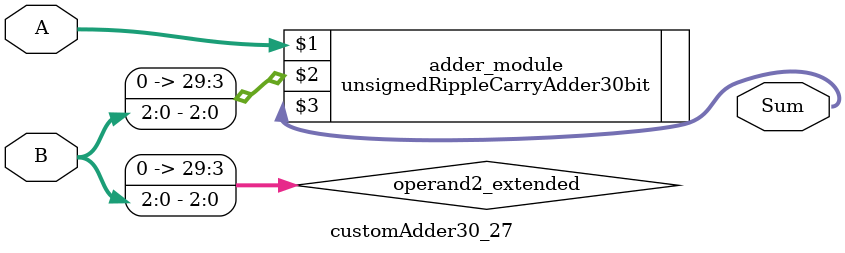
<source format=v>

module customAdder30_27(
                    input [29 : 0] A,
                    input [2 : 0] B,
                    
                    output [30 : 0] Sum
            );

    wire [29 : 0] operand2_extended;
    
    assign operand2_extended =  {27'b0, B};
    
    unsignedRippleCarryAdder30bit adder_module(
        A,
        operand2_extended,
        Sum
    );
    
endmodule
        
</source>
